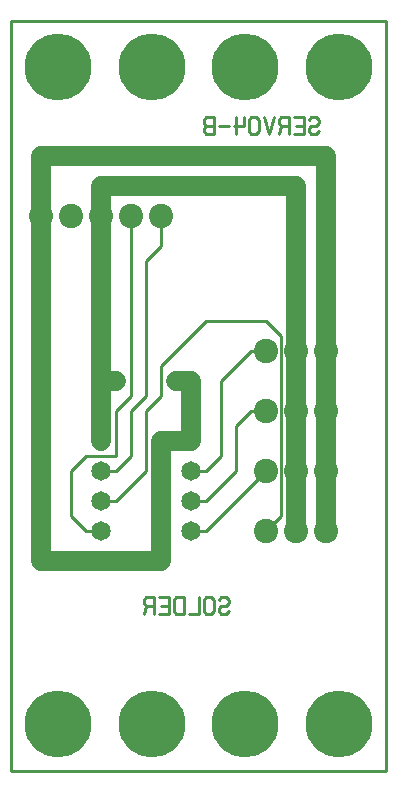
<source format=gbl>
%MOIN*%
%FSLAX25Y25*%
G04 D10 used for Character Trace; *
G04     Circle (OD=.01000) (No hole)*
G04 D11 used for Power Trace; *
G04     Circle (OD=.06700) (No hole)*
G04 D12 used for Signal Trace; *
G04     Circle (OD=.01100) (No hole)*
G04 D13 used for Via; *
G04     Circle (OD=.05800) (Round. Hole ID=.02800)*
G04 D14 used for Component hole; *
G04     Circle (OD=.06500) (Round. Hole ID=.03500)*
G04 D15 used for Component hole; *
G04     Circle (OD=.06700) (Round. Hole ID=.04300)*
G04 D16 used for Component hole; *
G04     Circle (OD=.08100) (Round. Hole ID=.05100)*
G04 D17 used for Component hole; *
G04     Circle (OD=.08900) (Round. Hole ID=.05900)*
G04 D18 used for Component hole; *
G04     Circle (OD=.11300) (Round. Hole ID=.08300)*
G04 D19 used for Component hole; *
G04     Circle (OD=.16000) (Round. Hole ID=.13000)*
G04 D20 used for Component hole; *
G04     Circle (OD=.18300) (Round. Hole ID=.15300)*
G04 D21 used for Component hole; *
G04     Circle (OD=.22291) (Round. Hole ID=.19291)*
%ADD10C,.01000*%
%ADD11C,.06700*%
%ADD12C,.01100*%
%ADD13C,.05800*%
%ADD14C,.06500*%
%ADD15C,.06700*%
%ADD16C,.08100*%
%ADD17C,.08900*%
%ADD18C,.11300*%
%ADD19C,.16000*%
%ADD20C,.18300*%
%ADD21C,.22291*%
%IPPOS*%
%LPD*%
G90*X0Y0D02*D21*X15625Y15625D03*X46875D03*D10*    
X69163Y56914D02*X70000Y57871D01*X71674D01*        
X72511Y56914D01*Y55957D01*X71674Y55000D01*        
X70000D01*X69163Y54043D01*Y53086D01*              
X70000Y52129D01*X71674D01*X72511Y53086D01*        
X64163D02*X65000Y52129D01*X66674D01*              
X67511Y53086D01*Y56914D01*X66674Y57871D01*        
X65000D01*X64163Y56914D01*Y53086D01*              
X62511Y57871D02*Y52129D01*X59163D01*X57511D02*    
Y57871D01*X55000D01*X54163Y56914D01*Y53086D01*    
X55000Y52129D01*X57511D01*X49163D02*X52511D01*    
Y57871D01*X49163D01*X52511Y55000D02*X50000D01*    
X47511Y52129D02*Y57871D01*X45000D01*              
X44163Y56914D01*Y55957D01*X45000Y55000D01*        
X47511D01*X45000D02*X44163Y52129D01*D11*          
X10000Y70000D02*X50000D01*X10000D02*Y185000D01*   
D16*D03*D11*Y205000D01*X105000D01*Y140000D01*D16* 
D03*D11*Y120000D01*D16*D03*D11*Y100000D01*D16*D03*
D11*Y80000D01*D16*D03*X95000D03*D11*Y100000D01*   
D16*D03*D11*Y120000D01*D16*D03*D11*Y140000D01*D16*
D03*D11*Y195000D01*X30000D01*Y185000D01*D16*D03*  
D11*Y130000D01*Y110000D01*D14*D03*D12*            
X25000Y105000D02*X35000D01*X20000Y100000D02*      
X25000Y105000D01*X20000Y85000D02*Y100000D01*      
X25000Y80000D02*X20000Y85000D01*X25000Y80000D02*  
X30000D01*D14*D03*D12*Y90000D02*X35000D01*D14*    
X30000D03*D12*X35000D02*X45000Y100000D01*         
Y120000D01*X50000Y125000D01*Y135000D01*           
X65000Y150000D01*X85000D01*X90000Y145000D01*      
Y85000D01*X85000Y80000D01*D16*D03*D12*            
X60000Y100000D02*X65000D01*D14*X60000D03*D12*     
X65000D02*X70000Y105000D01*Y130000D01*            
X80000Y140000D01*X85000D01*D16*D03*D12*           
X75000Y115000D02*X80000Y120000D01*                
X75000Y100000D02*Y115000D01*X65000Y90000D02*      
X75000Y100000D01*X60000Y90000D02*X65000D01*D14*   
X60000D03*Y80000D03*D12*X65000D01*                
X85000Y100000D01*D16*D03*Y120000D03*D12*X80000D01*
D11*X60000Y110000D02*Y130000D01*D14*Y110000D03*   
D11*X50000D01*Y70000D01*D12*X30000Y100000D02*     
X35000D01*D14*X30000D03*D12*X35000Y105000D02*     
Y120000D01*X40000Y125000D01*Y185000D01*D16*D03*   
D12*X45000Y170000D02*X50000Y175000D01*            
X45000Y125000D02*Y170000D01*X40000Y120000D02*     
X45000Y125000D01*X40000Y105000D02*Y120000D01*     
X35000Y100000D02*X40000Y105000D01*D11*            
X55000Y130000D02*X60000D01*D14*X55000D03*         
X35000D03*D11*X30000D01*D12*X50000Y175000D02*     
Y185000D01*D16*D03*D10*X99163Y216914D02*          
X100000Y217871D01*X101674D01*X102511Y216914D01*   
Y215957D01*X101674Y215000D01*X100000D01*          
X99163Y214043D01*Y213086D01*X100000Y212129D01*    
X101674D01*X102511Y213086D01*X94163Y212129D02*    
X97511D01*Y217871D01*X94163D01*X97511Y215000D02*  
X95000D01*X92511Y212129D02*Y217871D01*X90000D01*  
X89163Y216914D01*Y215957D01*X90000Y215000D01*     
X92511D01*X90000D02*X89163Y212129D01*             
X87511Y217871D02*X85837Y212129D01*                
X84163Y217871D01*X79163Y213086D02*                
X80000Y212129D01*X81674D01*X82511Y213086D01*      
Y216914D01*X81674Y217871D01*X80000D01*            
X79163Y216914D01*Y213086D01*X75000Y217871D02*     
Y212129D01*X77511Y217871D02*Y215000D01*X74163D01* 
X72511D02*X69163D01*X67511Y212129D02*Y217871D01*  
X65000D01*X64163Y216914D01*Y215957D01*            
X65000Y215000D01*X64163Y214043D01*Y213086D01*     
X65000Y212129D01*X67511D01*Y215000D02*X65000D01*  
D16*X20000Y185000D03*D21*X78125Y234375D03*        
X46875D03*X15625D03*X109375D03*D12*X0Y0D02*       
Y250000D01*Y0D02*X125000D01*Y250000D01*X0D01*D21* 
X78125Y15625D03*X109375D03*M02*                   

</source>
